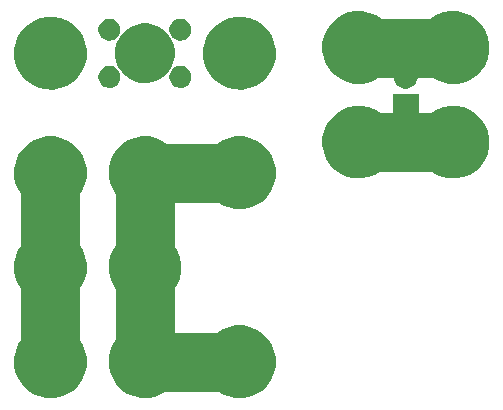
<source format=gbs>
%TF.GenerationSoftware,KiCad,Pcbnew,4.0.5-e0-6337~49~ubuntu16.04.1*%
%TF.CreationDate,2017-01-12T22:38:57-08:00*%
%TF.ProjectId,10mmLED-Button-Battery,31306D6D4C45442D427574746F6E2D42,rev?*%
%TF.FileFunction,Soldermask,Bot*%
%FSLAX46Y46*%
G04 Gerber Fmt 4.6, Leading zero omitted, Abs format (unit mm)*
G04 Created by KiCad (PCBNEW 4.0.5-e0-6337~49~ubuntu16.04.1) date Thu Jan 12 22:38:57 2017*
%MOMM*%
%LPD*%
G01*
G04 APERTURE LIST*
%ADD10C,0.350000*%
%ADD11C,5.000000*%
G04 APERTURE END LIST*
D10*
D11*
X175388000Y-96963500D02*
X183388000Y-96963500D01*
X175388000Y-88963500D02*
X183388000Y-88963500D01*
X157301200Y-115568000D02*
X165301200Y-115568000D01*
X157301200Y-99568000D02*
X157301200Y-115568000D01*
X165301200Y-99568000D02*
X157301200Y-99568000D01*
X149301200Y-115568000D02*
X149301200Y-99568000D01*
D10*
G36*
X149624310Y-112493847D02*
X150215255Y-112615151D01*
X150771398Y-112848932D01*
X151271534Y-113186278D01*
X151696621Y-113614343D01*
X152030466Y-114116821D01*
X152260356Y-114674576D01*
X152377464Y-115266014D01*
X152377464Y-115266024D01*
X152377531Y-115266363D01*
X152367910Y-115955416D01*
X152367833Y-115955754D01*
X152367833Y-115955762D01*
X152234257Y-116543701D01*
X151988885Y-117094816D01*
X151641137Y-117587778D01*
X151204262Y-118003809D01*
X150694900Y-118327061D01*
X150132454Y-118545219D01*
X149538347Y-118649976D01*
X148935203Y-118637342D01*
X148346000Y-118507797D01*
X147793182Y-118266277D01*
X147297807Y-117921982D01*
X146878737Y-117488023D01*
X146551938Y-116980930D01*
X146329856Y-116420014D01*
X146220955Y-115826658D01*
X146229377Y-115223441D01*
X146354806Y-114633347D01*
X146592459Y-114078858D01*
X146933291Y-113581088D01*
X147364312Y-113159000D01*
X147869113Y-112828668D01*
X148428459Y-112602677D01*
X149021045Y-112489636D01*
X149624310Y-112493847D01*
X149624310Y-112493847D01*
G37*
G36*
X165624310Y-112493847D02*
X166215255Y-112615151D01*
X166771398Y-112848932D01*
X167271534Y-113186278D01*
X167696621Y-113614343D01*
X168030466Y-114116821D01*
X168260356Y-114674576D01*
X168377464Y-115266014D01*
X168377464Y-115266024D01*
X168377531Y-115266363D01*
X168367910Y-115955416D01*
X168367833Y-115955754D01*
X168367833Y-115955762D01*
X168234257Y-116543701D01*
X167988885Y-117094816D01*
X167641137Y-117587778D01*
X167204262Y-118003809D01*
X166694900Y-118327061D01*
X166132454Y-118545219D01*
X165538347Y-118649976D01*
X164935203Y-118637342D01*
X164346000Y-118507797D01*
X163793182Y-118266277D01*
X163297807Y-117921982D01*
X162878737Y-117488023D01*
X162551938Y-116980930D01*
X162329856Y-116420014D01*
X162220955Y-115826658D01*
X162229377Y-115223441D01*
X162354806Y-114633347D01*
X162592459Y-114078858D01*
X162933291Y-113581088D01*
X163364312Y-113159000D01*
X163869113Y-112828668D01*
X164428459Y-112602677D01*
X165021045Y-112489636D01*
X165624310Y-112493847D01*
X165624310Y-112493847D01*
G37*
G36*
X157624310Y-112493847D02*
X158215255Y-112615151D01*
X158771398Y-112848932D01*
X159271534Y-113186278D01*
X159696621Y-113614343D01*
X160030466Y-114116821D01*
X160260356Y-114674576D01*
X160377464Y-115266014D01*
X160377464Y-115266024D01*
X160377531Y-115266363D01*
X160367910Y-115955416D01*
X160367833Y-115955754D01*
X160367833Y-115955762D01*
X160234257Y-116543701D01*
X159988885Y-117094816D01*
X159641137Y-117587778D01*
X159204262Y-118003809D01*
X158694900Y-118327061D01*
X158132454Y-118545219D01*
X157538347Y-118649976D01*
X156935203Y-118637342D01*
X156346000Y-118507797D01*
X155793182Y-118266277D01*
X155297807Y-117921982D01*
X154878737Y-117488023D01*
X154551938Y-116980930D01*
X154329856Y-116420014D01*
X154220955Y-115826658D01*
X154229377Y-115223441D01*
X154354806Y-114633347D01*
X154592459Y-114078858D01*
X154933291Y-113581088D01*
X155364312Y-113159000D01*
X155869113Y-112828668D01*
X156428459Y-112602677D01*
X157021045Y-112489636D01*
X157624310Y-112493847D01*
X157624310Y-112493847D01*
G37*
G36*
X149624310Y-104493847D02*
X150215255Y-104615151D01*
X150771398Y-104848932D01*
X151271534Y-105186278D01*
X151696621Y-105614343D01*
X152030466Y-106116821D01*
X152260356Y-106674576D01*
X152377464Y-107266014D01*
X152377464Y-107266024D01*
X152377531Y-107266363D01*
X152367910Y-107955416D01*
X152367833Y-107955754D01*
X152367833Y-107955762D01*
X152234257Y-108543701D01*
X151988885Y-109094816D01*
X151641137Y-109587778D01*
X151204262Y-110003809D01*
X150694900Y-110327061D01*
X150132454Y-110545219D01*
X149538347Y-110649976D01*
X148935203Y-110637342D01*
X148346000Y-110507797D01*
X147793182Y-110266277D01*
X147297807Y-109921982D01*
X146878737Y-109488023D01*
X146551938Y-108980930D01*
X146329856Y-108420014D01*
X146220955Y-107826658D01*
X146229377Y-107223441D01*
X146354806Y-106633347D01*
X146592459Y-106078858D01*
X146933291Y-105581088D01*
X147364312Y-105159000D01*
X147869113Y-104828668D01*
X148428459Y-104602677D01*
X149021045Y-104489636D01*
X149624310Y-104493847D01*
X149624310Y-104493847D01*
G37*
G36*
X157624310Y-104493847D02*
X158215255Y-104615151D01*
X158771398Y-104848932D01*
X159271534Y-105186278D01*
X159696621Y-105614343D01*
X160030466Y-106116821D01*
X160260356Y-106674576D01*
X160377464Y-107266014D01*
X160377464Y-107266024D01*
X160377531Y-107266363D01*
X160367910Y-107955416D01*
X160367833Y-107955754D01*
X160367833Y-107955762D01*
X160234257Y-108543701D01*
X159988885Y-109094816D01*
X159641137Y-109587778D01*
X159204262Y-110003809D01*
X158694900Y-110327061D01*
X158132454Y-110545219D01*
X157538347Y-110649976D01*
X156935203Y-110637342D01*
X156346000Y-110507797D01*
X155793182Y-110266277D01*
X155297807Y-109921982D01*
X154878737Y-109488023D01*
X154551938Y-108980930D01*
X154329856Y-108420014D01*
X154220955Y-107826658D01*
X154229377Y-107223441D01*
X154354806Y-106633347D01*
X154592459Y-106078858D01*
X154933291Y-105581088D01*
X155364312Y-105159000D01*
X155869113Y-104828668D01*
X156428459Y-104602677D01*
X157021045Y-104489636D01*
X157624310Y-104493847D01*
X157624310Y-104493847D01*
G37*
G36*
X149624310Y-96493847D02*
X150215255Y-96615151D01*
X150771398Y-96848932D01*
X151271534Y-97186278D01*
X151696621Y-97614343D01*
X152030466Y-98116821D01*
X152260356Y-98674576D01*
X152377464Y-99266014D01*
X152377464Y-99266024D01*
X152377531Y-99266363D01*
X152367910Y-99955416D01*
X152367833Y-99955754D01*
X152367833Y-99955762D01*
X152234257Y-100543701D01*
X151988885Y-101094816D01*
X151641137Y-101587778D01*
X151204262Y-102003809D01*
X150694900Y-102327061D01*
X150132454Y-102545219D01*
X149538347Y-102649976D01*
X148935203Y-102637342D01*
X148346000Y-102507797D01*
X147793182Y-102266277D01*
X147297807Y-101921982D01*
X146878737Y-101488023D01*
X146551938Y-100980930D01*
X146329856Y-100420014D01*
X146220955Y-99826658D01*
X146229377Y-99223441D01*
X146354806Y-98633347D01*
X146592459Y-98078858D01*
X146933291Y-97581088D01*
X147364312Y-97159000D01*
X147869113Y-96828668D01*
X148428459Y-96602677D01*
X149021045Y-96489636D01*
X149624310Y-96493847D01*
X149624310Y-96493847D01*
G37*
G36*
X157624310Y-96493847D02*
X158215255Y-96615151D01*
X158771398Y-96848932D01*
X159271534Y-97186278D01*
X159696621Y-97614343D01*
X160030466Y-98116821D01*
X160260356Y-98674576D01*
X160377464Y-99266014D01*
X160377464Y-99266024D01*
X160377531Y-99266363D01*
X160367910Y-99955416D01*
X160367833Y-99955754D01*
X160367833Y-99955762D01*
X160234257Y-100543701D01*
X159988885Y-101094816D01*
X159641137Y-101587778D01*
X159204262Y-102003809D01*
X158694900Y-102327061D01*
X158132454Y-102545219D01*
X157538347Y-102649976D01*
X156935203Y-102637342D01*
X156346000Y-102507797D01*
X155793182Y-102266277D01*
X155297807Y-101921982D01*
X154878737Y-101488023D01*
X154551938Y-100980930D01*
X154329856Y-100420014D01*
X154220955Y-99826658D01*
X154229377Y-99223441D01*
X154354806Y-98633347D01*
X154592459Y-98078858D01*
X154933291Y-97581088D01*
X155364312Y-97159000D01*
X155869113Y-96828668D01*
X156428459Y-96602677D01*
X157021045Y-96489636D01*
X157624310Y-96493847D01*
X157624310Y-96493847D01*
G37*
G36*
X165624310Y-96493847D02*
X166215255Y-96615151D01*
X166771398Y-96848932D01*
X167271534Y-97186278D01*
X167696621Y-97614343D01*
X168030466Y-98116821D01*
X168260356Y-98674576D01*
X168377464Y-99266014D01*
X168377464Y-99266024D01*
X168377531Y-99266363D01*
X168367910Y-99955416D01*
X168367833Y-99955754D01*
X168367833Y-99955762D01*
X168234257Y-100543701D01*
X167988885Y-101094816D01*
X167641137Y-101587778D01*
X167204262Y-102003809D01*
X166694900Y-102327061D01*
X166132454Y-102545219D01*
X165538347Y-102649976D01*
X164935203Y-102637342D01*
X164346000Y-102507797D01*
X163793182Y-102266277D01*
X163297807Y-101921982D01*
X162878737Y-101488023D01*
X162551938Y-100980930D01*
X162329856Y-100420014D01*
X162220955Y-99826658D01*
X162229377Y-99223441D01*
X162354806Y-98633347D01*
X162592459Y-98078858D01*
X162933291Y-97581088D01*
X163364312Y-97159000D01*
X163869113Y-96828668D01*
X164428459Y-96602677D01*
X165021045Y-96489636D01*
X165624310Y-96493847D01*
X165624310Y-96493847D01*
G37*
G36*
X183711110Y-93889347D02*
X184302055Y-94010651D01*
X184858198Y-94244432D01*
X185358334Y-94581778D01*
X185783421Y-95009843D01*
X186117266Y-95512321D01*
X186347156Y-96070076D01*
X186464264Y-96661514D01*
X186464264Y-96661524D01*
X186464331Y-96661863D01*
X186454710Y-97350916D01*
X186454633Y-97351254D01*
X186454633Y-97351262D01*
X186321057Y-97939201D01*
X186075685Y-98490316D01*
X185727937Y-98983278D01*
X185291062Y-99399309D01*
X184781700Y-99722561D01*
X184219254Y-99940719D01*
X183625147Y-100045476D01*
X183022003Y-100032842D01*
X182432800Y-99903297D01*
X181879982Y-99661777D01*
X181384607Y-99317482D01*
X180965537Y-98883523D01*
X180638738Y-98376430D01*
X180416656Y-97815514D01*
X180307755Y-97222158D01*
X180316177Y-96618941D01*
X180441606Y-96028847D01*
X180679259Y-95474358D01*
X181020091Y-94976588D01*
X181451112Y-94554500D01*
X181955913Y-94224168D01*
X182515259Y-93998177D01*
X183107845Y-93885136D01*
X183711110Y-93889347D01*
X183711110Y-93889347D01*
G37*
G36*
X175711110Y-93889347D02*
X176302055Y-94010651D01*
X176858198Y-94244432D01*
X177358334Y-94581778D01*
X177783421Y-95009843D01*
X178117266Y-95512321D01*
X178347156Y-96070076D01*
X178464264Y-96661514D01*
X178464264Y-96661524D01*
X178464331Y-96661863D01*
X178454710Y-97350916D01*
X178454633Y-97351254D01*
X178454633Y-97351262D01*
X178321057Y-97939201D01*
X178075685Y-98490316D01*
X177727937Y-98983278D01*
X177291062Y-99399309D01*
X176781700Y-99722561D01*
X176219254Y-99940719D01*
X175625147Y-100045476D01*
X175022003Y-100032842D01*
X174432800Y-99903297D01*
X173879982Y-99661777D01*
X173384607Y-99317482D01*
X172965537Y-98883523D01*
X172638738Y-98376430D01*
X172416656Y-97815514D01*
X172307755Y-97222158D01*
X172316177Y-96618941D01*
X172441606Y-96028847D01*
X172679259Y-95474358D01*
X173020091Y-94976588D01*
X173451112Y-94554500D01*
X173955913Y-94224168D01*
X174515259Y-93998177D01*
X175107845Y-93885136D01*
X175711110Y-93889347D01*
X175711110Y-93889347D01*
G37*
G36*
X180464200Y-94989700D02*
X178311800Y-94989700D01*
X178311800Y-92937300D01*
X180464200Y-92937300D01*
X180464200Y-94989700D01*
X180464200Y-94989700D01*
G37*
G36*
X149620311Y-86368248D02*
X150211256Y-86489552D01*
X150767399Y-86723333D01*
X151267535Y-87060679D01*
X151692622Y-87488744D01*
X152026467Y-87991222D01*
X152256357Y-88548977D01*
X152373465Y-89140415D01*
X152373465Y-89140425D01*
X152373532Y-89140764D01*
X152363911Y-89829817D01*
X152363834Y-89830155D01*
X152363834Y-89830163D01*
X152230258Y-90418102D01*
X151984886Y-90969217D01*
X151637138Y-91462179D01*
X151200263Y-91878210D01*
X150690901Y-92201462D01*
X150128455Y-92419620D01*
X149534348Y-92524377D01*
X148931204Y-92511743D01*
X148342001Y-92382198D01*
X147789183Y-92140678D01*
X147293808Y-91796383D01*
X146874738Y-91362424D01*
X146547939Y-90855331D01*
X146325857Y-90294415D01*
X146216956Y-89701059D01*
X146225378Y-89097842D01*
X146350807Y-88507748D01*
X146588460Y-87953259D01*
X146929292Y-87455489D01*
X147360313Y-87033401D01*
X147865114Y-86703069D01*
X148424460Y-86477078D01*
X149017046Y-86364037D01*
X149620311Y-86368248D01*
X149620311Y-86368248D01*
G37*
G36*
X165620311Y-86368248D02*
X166211256Y-86489552D01*
X166767399Y-86723333D01*
X167267535Y-87060679D01*
X167692622Y-87488744D01*
X168026467Y-87991222D01*
X168256357Y-88548977D01*
X168373465Y-89140415D01*
X168373465Y-89140425D01*
X168373532Y-89140764D01*
X168363911Y-89829817D01*
X168363834Y-89830155D01*
X168363834Y-89830163D01*
X168230258Y-90418102D01*
X167984886Y-90969217D01*
X167637138Y-91462179D01*
X167200263Y-91878210D01*
X166690901Y-92201462D01*
X166128455Y-92419620D01*
X165534348Y-92524377D01*
X164931204Y-92511743D01*
X164342001Y-92382198D01*
X163789183Y-92140678D01*
X163293808Y-91796383D01*
X162874738Y-91362424D01*
X162547939Y-90855331D01*
X162325857Y-90294415D01*
X162216956Y-89701059D01*
X162225378Y-89097842D01*
X162350807Y-88507748D01*
X162588460Y-87953259D01*
X162929292Y-87455489D01*
X163360313Y-87033401D01*
X163865114Y-86703069D01*
X164424460Y-86477078D01*
X165017046Y-86364037D01*
X165620311Y-86368248D01*
X165620311Y-86368248D01*
G37*
G36*
X179495790Y-90397981D02*
X179692921Y-90438447D01*
X179878451Y-90516437D01*
X180045292Y-90628973D01*
X180187098Y-90771772D01*
X180298466Y-90939395D01*
X180375156Y-91125458D01*
X180414176Y-91322527D01*
X180414176Y-91322532D01*
X180414244Y-91322876D01*
X180411034Y-91552739D01*
X180410957Y-91553077D01*
X180410957Y-91553086D01*
X180366449Y-91748990D01*
X180284596Y-91932835D01*
X180168588Y-92097286D01*
X180022850Y-92236071D01*
X179852931Y-92343905D01*
X179665299Y-92416682D01*
X179467112Y-92451628D01*
X179265905Y-92447413D01*
X179069351Y-92404199D01*
X178884933Y-92323628D01*
X178719682Y-92208775D01*
X178579882Y-92064009D01*
X178470864Y-91894845D01*
X178396777Y-91707724D01*
X178360449Y-91509788D01*
X178363258Y-91308558D01*
X178405102Y-91111705D01*
X178484380Y-90926732D01*
X178598080Y-90760678D01*
X178741865Y-90619873D01*
X178910265Y-90509676D01*
X179096860Y-90434286D01*
X179294540Y-90396577D01*
X179495790Y-90397981D01*
X179495790Y-90397981D01*
G37*
G36*
X160387887Y-90531016D02*
X160565808Y-90567538D01*
X160733259Y-90637928D01*
X160883842Y-90739498D01*
X161011830Y-90868382D01*
X161112344Y-91019670D01*
X161181563Y-91187606D01*
X161216773Y-91365428D01*
X161216773Y-91365443D01*
X161216840Y-91365782D01*
X161213943Y-91573246D01*
X161213867Y-91573580D01*
X161213867Y-91573593D01*
X161173703Y-91750373D01*
X161099827Y-91916303D01*
X160995124Y-92064728D01*
X160863586Y-92189989D01*
X160710224Y-92287317D01*
X160540880Y-92353001D01*
X160362004Y-92384542D01*
X160180405Y-92380737D01*
X160003003Y-92341733D01*
X159836556Y-92269014D01*
X159687408Y-92165354D01*
X159561232Y-92034695D01*
X159462837Y-91882014D01*
X159395969Y-91713128D01*
X159363182Y-91534481D01*
X159365717Y-91352860D01*
X159403483Y-91175189D01*
X159475036Y-91008241D01*
X159577656Y-90858369D01*
X159707430Y-90731285D01*
X159859420Y-90631826D01*
X160027832Y-90563783D01*
X160206249Y-90529748D01*
X160387887Y-90531016D01*
X160387887Y-90531016D01*
G37*
G36*
X154387887Y-90531016D02*
X154565808Y-90567538D01*
X154733259Y-90637928D01*
X154883842Y-90739498D01*
X155011830Y-90868382D01*
X155112344Y-91019670D01*
X155181563Y-91187606D01*
X155216773Y-91365428D01*
X155216773Y-91365443D01*
X155216840Y-91365782D01*
X155213943Y-91573246D01*
X155213867Y-91573580D01*
X155213867Y-91573593D01*
X155173703Y-91750373D01*
X155099827Y-91916303D01*
X154995124Y-92064728D01*
X154863586Y-92189989D01*
X154710224Y-92287317D01*
X154540880Y-92353001D01*
X154362004Y-92384542D01*
X154180405Y-92380737D01*
X154003003Y-92341733D01*
X153836556Y-92269014D01*
X153687408Y-92165354D01*
X153561232Y-92034695D01*
X153462837Y-91882014D01*
X153395969Y-91713128D01*
X153363182Y-91534481D01*
X153365717Y-91352860D01*
X153403483Y-91175189D01*
X153475036Y-91008241D01*
X153577656Y-90858369D01*
X153707430Y-90731285D01*
X153859420Y-90631826D01*
X154027832Y-90563783D01*
X154206249Y-90529748D01*
X154387887Y-90531016D01*
X154387887Y-90531016D01*
G37*
G36*
X183711110Y-85889347D02*
X184302055Y-86010651D01*
X184858198Y-86244432D01*
X185358334Y-86581778D01*
X185783421Y-87009843D01*
X186117266Y-87512321D01*
X186347156Y-88070076D01*
X186464264Y-88661514D01*
X186464264Y-88661524D01*
X186464331Y-88661863D01*
X186454710Y-89350916D01*
X186454633Y-89351254D01*
X186454633Y-89351262D01*
X186321057Y-89939201D01*
X186075685Y-90490316D01*
X185727937Y-90983278D01*
X185291062Y-91399309D01*
X184781700Y-91722561D01*
X184219254Y-91940719D01*
X183625147Y-92045476D01*
X183022003Y-92032842D01*
X182432800Y-91903297D01*
X181879982Y-91661777D01*
X181384607Y-91317482D01*
X180965537Y-90883523D01*
X180638738Y-90376430D01*
X180416656Y-89815514D01*
X180307755Y-89222158D01*
X180316177Y-88618941D01*
X180441606Y-88028847D01*
X180679259Y-87474358D01*
X181020091Y-86976588D01*
X181451112Y-86554500D01*
X181955913Y-86224168D01*
X182515259Y-85998177D01*
X183107845Y-85885136D01*
X183711110Y-85889347D01*
X183711110Y-85889347D01*
G37*
G36*
X175711110Y-85889347D02*
X176302055Y-86010651D01*
X176858198Y-86244432D01*
X177358334Y-86581778D01*
X177783421Y-87009843D01*
X178117266Y-87512321D01*
X178347156Y-88070076D01*
X178464264Y-88661514D01*
X178464264Y-88661524D01*
X178464331Y-88661863D01*
X178454710Y-89350916D01*
X178454633Y-89351254D01*
X178454633Y-89351262D01*
X178321057Y-89939201D01*
X178075685Y-90490316D01*
X177727937Y-90983278D01*
X177291062Y-91399309D01*
X176781700Y-91722561D01*
X176219254Y-91940719D01*
X175625147Y-92045476D01*
X175022003Y-92032842D01*
X174432800Y-91903297D01*
X173879982Y-91661777D01*
X173384607Y-91317482D01*
X172965537Y-90883523D01*
X172638738Y-90376430D01*
X172416656Y-89815514D01*
X172307755Y-89222158D01*
X172316177Y-88618941D01*
X172441606Y-88028847D01*
X172679259Y-87474358D01*
X173020091Y-86976588D01*
X173451112Y-86554500D01*
X173955913Y-86224168D01*
X174515259Y-85998177D01*
X175107845Y-85885136D01*
X175711110Y-85889347D01*
X175711110Y-85889347D01*
G37*
G36*
X157561492Y-86927874D02*
X158044859Y-87027096D01*
X158499761Y-87218319D01*
X158908851Y-87494254D01*
X159256554Y-87844392D01*
X159529625Y-88255398D01*
X159717665Y-88711617D01*
X159813441Y-89195326D01*
X159813441Y-89195331D01*
X159813509Y-89195675D01*
X159805639Y-89759290D01*
X159805562Y-89759628D01*
X159805562Y-89759637D01*
X159696317Y-90240484D01*
X159495613Y-90691271D01*
X159211170Y-91094494D01*
X158853825Y-91434789D01*
X158437190Y-91699195D01*
X157977129Y-91877640D01*
X157491178Y-91963327D01*
X156997831Y-91952992D01*
X156515888Y-91847030D01*
X156063706Y-91649477D01*
X155658511Y-91367859D01*
X155315730Y-91012899D01*
X155048422Y-90598117D01*
X154866767Y-90139312D01*
X154777691Y-89653972D01*
X154784580Y-89160567D01*
X154887176Y-88677895D01*
X155081566Y-88224346D01*
X155360352Y-87817191D01*
X155712909Y-87471941D01*
X156125814Y-87201744D01*
X156583337Y-87016892D01*
X157068045Y-86924430D01*
X157561492Y-86927874D01*
X157561492Y-86927874D01*
G37*
G36*
X160387887Y-86531016D02*
X160565808Y-86567538D01*
X160733259Y-86637928D01*
X160883842Y-86739498D01*
X161011830Y-86868382D01*
X161112344Y-87019670D01*
X161181563Y-87187606D01*
X161216773Y-87365428D01*
X161216773Y-87365443D01*
X161216840Y-87365782D01*
X161213943Y-87573246D01*
X161213867Y-87573580D01*
X161213867Y-87573593D01*
X161173703Y-87750373D01*
X161099827Y-87916303D01*
X160995124Y-88064728D01*
X160863586Y-88189989D01*
X160710224Y-88287317D01*
X160540880Y-88353001D01*
X160362004Y-88384542D01*
X160180405Y-88380737D01*
X160003003Y-88341733D01*
X159836556Y-88269014D01*
X159687408Y-88165354D01*
X159561232Y-88034695D01*
X159462837Y-87882014D01*
X159395969Y-87713128D01*
X159363182Y-87534481D01*
X159365717Y-87352860D01*
X159403483Y-87175189D01*
X159475036Y-87008241D01*
X159577656Y-86858369D01*
X159707430Y-86731285D01*
X159859420Y-86631826D01*
X160027832Y-86563783D01*
X160206249Y-86529748D01*
X160387887Y-86531016D01*
X160387887Y-86531016D01*
G37*
G36*
X154387887Y-86531016D02*
X154565808Y-86567538D01*
X154733259Y-86637928D01*
X154883842Y-86739498D01*
X155011830Y-86868382D01*
X155112344Y-87019670D01*
X155181563Y-87187606D01*
X155216773Y-87365428D01*
X155216773Y-87365443D01*
X155216840Y-87365782D01*
X155213943Y-87573246D01*
X155213867Y-87573580D01*
X155213867Y-87573593D01*
X155173703Y-87750373D01*
X155099827Y-87916303D01*
X154995124Y-88064728D01*
X154863586Y-88189989D01*
X154710224Y-88287317D01*
X154540880Y-88353001D01*
X154362004Y-88384542D01*
X154180405Y-88380737D01*
X154003003Y-88341733D01*
X153836556Y-88269014D01*
X153687408Y-88165354D01*
X153561232Y-88034695D01*
X153462837Y-87882014D01*
X153395969Y-87713128D01*
X153363182Y-87534481D01*
X153365717Y-87352860D01*
X153403483Y-87175189D01*
X153475036Y-87008241D01*
X153577656Y-86858369D01*
X153707430Y-86731285D01*
X153859420Y-86631826D01*
X154027832Y-86563783D01*
X154206249Y-86529748D01*
X154387887Y-86531016D01*
X154387887Y-86531016D01*
G37*
M02*

</source>
